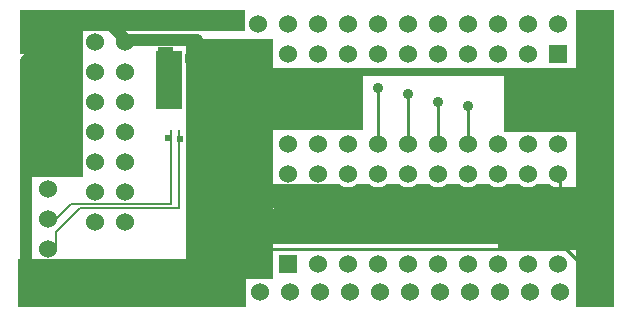
<source format=gbr>
G04 start of page 3 for group 1 idx 1 *
G04 Title: (unknown), solder *
G04 Creator: pcb 20100929 *
G04 CreationDate: Fri Apr  4 23:49:54 2014 UTC *
G04 For: xpi *
G04 Format: Gerber/RS-274X *
G04 PCB-Dimensions: 200000 100000 *
G04 PCB-Coordinate-Origin: lower left *
%MOIN*%
%FSLAX25Y25*%
%LNBACK*%
%ADD11C,0.0200*%
%ADD12C,0.0100*%
%ADD13C,0.0250*%
%ADD14C,0.0070*%
%ADD15C,0.0600*%
%ADD16C,0.0240*%
%ADD17C,0.0360*%
%ADD19R,0.0197X0.0197*%
%ADD20R,0.0295X0.0295*%
%ADD21R,0.0512X0.0512*%
%ADD22C,0.0280*%
%ADD23C,0.0380*%
%ADD24C,0.0150*%
%ADD25C,0.0400*%
G54D11*G36*
X162000Y59000D02*Y80000D01*
X194500D01*
Y59000D01*
X162000D01*
G37*
G36*
X190500Y19500D02*X160000D01*
Y40500D01*
X190500D01*
Y19500D01*
G37*
G36*
X198500Y500D02*X186000D01*
Y99500D01*
X198500D01*
Y500D01*
G37*
G36*
X18500Y99500D02*X75500D01*
Y92500D01*
X18500D01*
Y99500D01*
G37*
G36*
X21500Y85000D02*X500D01*
Y99500D01*
X21500D01*
Y85000D01*
G37*
G36*
Y44000D02*X4000D01*
Y85500D01*
X21500D01*
Y44000D01*
G37*
G36*
X54500Y66500D02*X46000D01*
Y86000D01*
X54500D01*
Y66500D01*
G37*
G36*
X76000Y500D02*X0D01*
Y16500D01*
X76000D01*
Y500D01*
G37*
G36*
X83000Y41500D02*X104000D01*
X96000Y33500D01*
X83000D01*
Y41500D01*
G37*
G36*
X85000Y10000D02*X56000D01*
Y90000D01*
X85000D01*
Y10000D01*
G37*
G36*
X115000Y59500D02*X84000D01*
Y78500D01*
X115000D01*
Y59500D01*
G37*
G36*
X92810Y41500D02*X97190D01*
X97355Y41359D01*
X97957Y40990D01*
X98609Y40720D01*
X99296Y40555D01*
X100000Y40500D01*
X100704Y40555D01*
X101391Y40720D01*
X102043Y40990D01*
X102645Y41359D01*
X102810Y41500D01*
X107190D01*
X107355Y41359D01*
X107957Y40990D01*
X108609Y40720D01*
X109296Y40555D01*
X110000Y40500D01*
X110704Y40555D01*
X111391Y40720D01*
X112043Y40990D01*
X112645Y41359D01*
X112810Y41500D01*
X117190D01*
X117355Y41359D01*
X117957Y40990D01*
X118609Y40720D01*
X119296Y40555D01*
X120000Y40500D01*
X120704Y40555D01*
X121391Y40720D01*
X122043Y40990D01*
X122645Y41359D01*
X122810Y41500D01*
X127190D01*
X127355Y41359D01*
X127957Y40990D01*
X128609Y40720D01*
X129296Y40555D01*
X130000Y40500D01*
X130704Y40555D01*
X131391Y40720D01*
X132043Y40990D01*
X132645Y41359D01*
X132810Y41500D01*
X137190D01*
X137355Y41359D01*
X137957Y40990D01*
X138609Y40720D01*
X139296Y40555D01*
X140000Y40500D01*
X140704Y40555D01*
X141391Y40720D01*
X142043Y40990D01*
X142645Y41359D01*
X142810Y41500D01*
X147190D01*
X147355Y41359D01*
X147957Y40990D01*
X148609Y40720D01*
X149296Y40555D01*
X150000Y40500D01*
X150704Y40555D01*
X151391Y40720D01*
X152043Y40990D01*
X152645Y41359D01*
X152810Y41500D01*
X157190D01*
X157355Y41359D01*
X157957Y40990D01*
X158609Y40720D01*
X159296Y40555D01*
X160000Y40500D01*
X160704Y40555D01*
X161391Y40720D01*
X162043Y40990D01*
X162645Y41359D01*
X162810Y41500D01*
X167190D01*
X167355Y41359D01*
X167957Y40990D01*
X168609Y40720D01*
X169296Y40555D01*
X170000Y40500D01*
X170704Y40555D01*
X171391Y40720D01*
X172043Y40990D01*
X172645Y41359D01*
X172810Y41500D01*
X177190D01*
X177355Y41359D01*
X177957Y40990D01*
X178609Y40720D01*
X179000Y40626D01*
Y21500D01*
X84000D01*
X83766Y21481D01*
X83537Y21426D01*
X83500Y21411D01*
Y31758D01*
X85761Y34019D01*
X86000Y34000D01*
X86704Y34055D01*
X87391Y34220D01*
X88043Y34490D01*
X88645Y34859D01*
X89182Y35318D01*
X89641Y35855D01*
X90010Y36457D01*
X90280Y37109D01*
X90445Y37796D01*
X90500Y38500D01*
X90445Y39204D01*
X90280Y39891D01*
X90027Y40502D01*
X90704Y40555D01*
X91391Y40720D01*
X92043Y40990D01*
X92645Y41359D01*
X92810Y41500D01*
G37*
G54D12*X120000Y57500D02*Y74000D01*
X130000Y57000D02*Y71500D01*
X129500Y72000D01*
G54D13*X84500Y79000D02*X189000D01*
G54D12*X140000Y57000D02*Y69000D01*
X139500D02*X140000Y69500D01*
X150000Y66000D02*Y57000D01*
G54D25*X57500Y10000D02*X86000Y38500D01*
G54D12*X84000Y20000D02*X182500D01*
X190500Y12000D01*
X180500Y20000D02*Y45000D01*
G54D25*X190000Y10000D02*Y90000D01*
G54D14*X12500Y30000D02*X17500Y35000D01*
X12500Y25500D02*Y20500D01*
X20500Y33500D02*X12500Y25500D01*
G54D25*X2500Y82500D02*X10000Y90000D01*
X9500D02*X11000D01*
G54D14*X17500Y35000D02*X51000D01*
Y59500D01*
X53500D02*Y33500D01*
X20500D02*X53500D01*
G54D25*X10000Y10000D02*X57500D01*
X9500Y9500D02*X6000D01*
X2500Y13000D01*
Y82500D01*
X11000Y90000D02*X17000Y96000D01*
X29500D01*
X36000Y89500D01*
X59500D01*
G54D15*X160000Y15000D03*
X170000D03*
Y85000D03*
Y55000D03*
X180000Y15000D03*
G54D11*G36*
X177000Y88000D02*Y82000D01*
X183000D01*
Y88000D01*
X177000D01*
G37*
G54D15*X180000Y55000D03*
Y45000D03*
X170000D03*
X160000D03*
Y55000D03*
X120000Y15000D03*
X130000D03*
X140000D03*
X150000D03*
G54D11*G36*
X87000Y18000D02*Y12000D01*
X93000D01*
Y18000D01*
X87000D01*
G37*
G54D15*X100000Y15000D03*
X110000D03*
X150000Y45000D03*
X140000D03*
X130000D03*
X120000D03*
X110000D03*
X100000D03*
X90000D03*
Y55000D03*
X100000D03*
X110000D03*
X160000Y85000D03*
X150000D03*
X140000D03*
X130000D03*
X120000D03*
X110000D03*
X100000D03*
X90000D03*
X120000Y55000D03*
X130000D03*
X140000D03*
X150000D03*
X190000Y10000D03*
Y90000D03*
X180000Y95000D03*
X10000Y90000D03*
Y10000D03*
Y20000D03*
Y30000D03*
Y40000D03*
X25500Y89000D03*
X35500D03*
X25500Y79000D03*
X35500D03*
X25500Y69000D03*
X35500D03*
X50000Y69500D03*
X25500Y59000D03*
Y49000D03*
X35500Y59000D03*
Y49000D03*
G54D16*X54000Y56500D03*
X50000Y57000D03*
G54D15*X25500Y39000D03*
Y29000D03*
X35500D03*
Y39000D03*
X170000Y95000D03*
X160000D03*
X150000D03*
X140000D03*
X130000D03*
X120000D03*
X110000D03*
X100000D03*
X90000D03*
X80000D03*
X86000Y38500D03*
G54D17*X79000Y87500D03*
X150000Y67500D03*
X140000Y69000D03*
X130000Y71500D03*
X120000Y73500D03*
G54D15*X180500Y5500D03*
X170500D03*
X160500D03*
X150500D03*
X140500D03*
X130500D03*
X120500D03*
X110500D03*
X100500D03*
X90500D03*
X80500D03*
G54D19*X70607Y15074D02*X71393D01*
X70607Y11926D02*X71393D01*
G54D20*X70508Y10941D02*X71492D01*
G54D21*X69819Y7595D02*X72181D01*
G54D20*X70508Y16059D02*X71492D01*
G54D21*X69819Y19405D02*X72181D01*
G54D19*X53426Y83893D02*Y83107D01*
X56574Y83893D02*Y83107D01*
G54D20*X52441Y83992D02*Y83008D01*
X57559Y83992D02*Y83008D01*
G54D21*X49095Y84681D02*Y82319D01*
X60905Y84681D02*Y82319D01*
G54D22*G54D23*G54D24*G54D23*G54D11*G54D23*M02*

</source>
